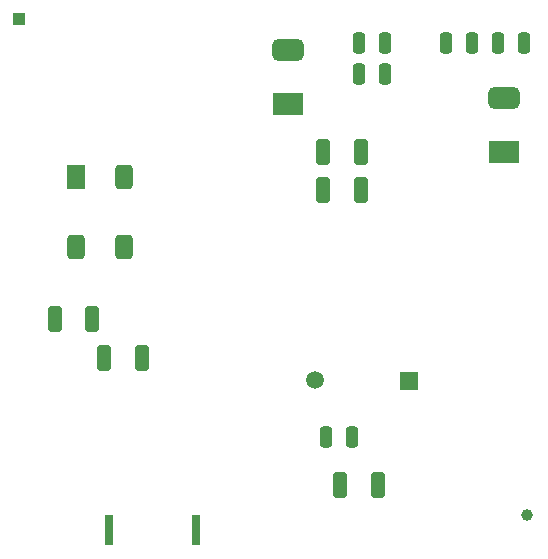
<source format=gbp>
G04*
G04 #@! TF.GenerationSoftware,Altium Limited,Altium Designer,18.1.7 (191)*
G04*
G04 Layer_Color=128*
%FSLAX25Y25*%
%MOIN*%
G70*
G01*
G75*
%ADD45R,0.06102X0.08268*%
G04:AMPARAMS|DCode=46|XSize=82.68mil|YSize=61.02mil|CornerRadius=15.26mil|HoleSize=0mil|Usage=FLASHONLY|Rotation=90.000|XOffset=0mil|YOffset=0mil|HoleType=Round|Shape=RoundedRectangle|*
%AMROUNDEDRECTD46*
21,1,0.08268,0.03051,0,0,90.0*
21,1,0.05217,0.06102,0,0,90.0*
1,1,0.03051,0.01526,0.02608*
1,1,0.03051,0.01526,-0.02608*
1,1,0.03051,-0.01526,-0.02608*
1,1,0.03051,-0.01526,0.02608*
%
%ADD46ROUNDEDRECTD46*%
%ADD47C,0.05906*%
%ADD48R,0.05906X0.05906*%
%ADD49R,0.02559X0.10433*%
G04:AMPARAMS|DCode=50|XSize=86.61mil|YSize=47.24mil|CornerRadius=11.81mil|HoleSize=0mil|Usage=FLASHONLY|Rotation=90.000|XOffset=0mil|YOffset=0mil|HoleType=Round|Shape=RoundedRectangle|*
%AMROUNDEDRECTD50*
21,1,0.08661,0.02362,0,0,90.0*
21,1,0.06299,0.04724,0,0,90.0*
1,1,0.02362,0.01181,0.03150*
1,1,0.02362,0.01181,-0.03150*
1,1,0.02362,-0.01181,-0.03150*
1,1,0.02362,-0.01181,0.03150*
%
%ADD50ROUNDEDRECTD50*%
G04:AMPARAMS|DCode=51|XSize=70.87mil|YSize=39.37mil|CornerRadius=9.84mil|HoleSize=0mil|Usage=FLASHONLY|Rotation=90.000|XOffset=0mil|YOffset=0mil|HoleType=Round|Shape=RoundedRectangle|*
%AMROUNDEDRECTD51*
21,1,0.07087,0.01968,0,0,90.0*
21,1,0.05118,0.03937,0,0,90.0*
1,1,0.01968,0.00984,0.02559*
1,1,0.01968,0.00984,-0.02559*
1,1,0.01968,-0.00984,-0.02559*
1,1,0.01968,-0.00984,0.02559*
%
%ADD51ROUNDEDRECTD51*%
G04:AMPARAMS|DCode=52|XSize=104.33mil|YSize=72.84mil|CornerRadius=18.21mil|HoleSize=0mil|Usage=FLASHONLY|Rotation=0.000|XOffset=0mil|YOffset=0mil|HoleType=Round|Shape=RoundedRectangle|*
%AMROUNDEDRECTD52*
21,1,0.10433,0.03642,0,0,0.0*
21,1,0.06791,0.07284,0,0,0.0*
1,1,0.03642,0.03396,-0.01821*
1,1,0.03642,-0.03396,-0.01821*
1,1,0.03642,-0.03396,0.01821*
1,1,0.03642,0.03396,0.01821*
%
%ADD52ROUNDEDRECTD52*%
%ADD53R,0.10433X0.07284*%
%ADD54R,0.03937X0.03937*%
%ADD55C,0.03937*%
D45*
X29016Y142311D02*
D03*
D46*
X44764D02*
D03*
X29016Y118689D02*
D03*
X44764D02*
D03*
D47*
X108634Y74578D02*
D03*
D48*
X140000Y74078D02*
D03*
D49*
X68713Y24500D02*
D03*
X40000D02*
D03*
D50*
X116972Y39500D02*
D03*
X129571D02*
D03*
X123799Y138000D02*
D03*
X111201D02*
D03*
X123799Y150500D02*
D03*
X111201D02*
D03*
X34299Y95000D02*
D03*
X21701D02*
D03*
X50799Y82000D02*
D03*
X38201D02*
D03*
D51*
X112127Y55500D02*
D03*
X120789D02*
D03*
X169669Y187000D02*
D03*
X178331D02*
D03*
X152169D02*
D03*
X160831D02*
D03*
X123169Y176500D02*
D03*
X131831D02*
D03*
Y187000D02*
D03*
X123169D02*
D03*
D52*
X171500Y168555D02*
D03*
X99500Y184555D02*
D03*
D53*
X171500Y150445D02*
D03*
X99500Y166445D02*
D03*
D54*
X9843Y194882D02*
D03*
D55*
X179134Y29528D02*
D03*
M02*

</source>
